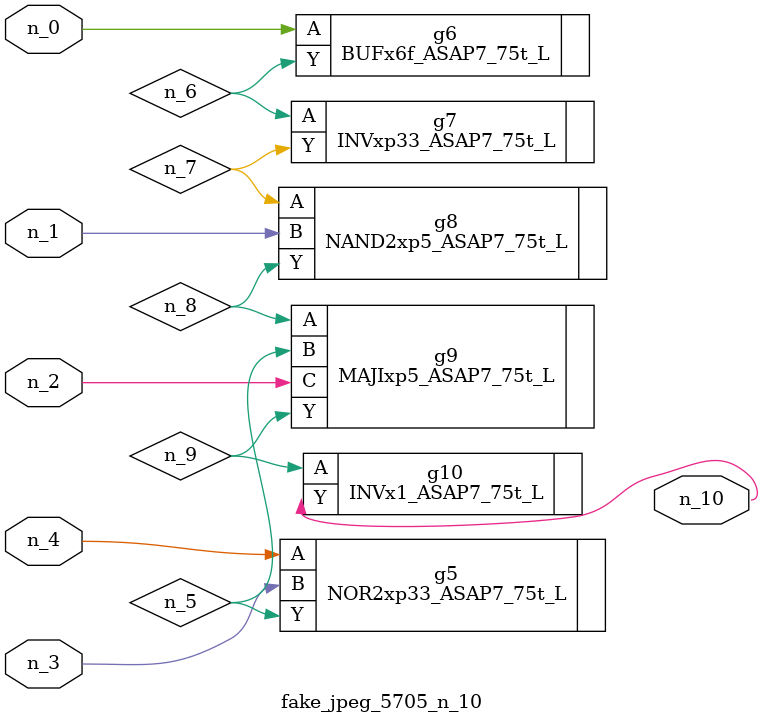
<source format=v>
module fake_jpeg_5705_n_10 (n_3, n_2, n_1, n_0, n_4, n_10);

input n_3;
input n_2;
input n_1;
input n_0;
input n_4;

output n_10;

wire n_8;
wire n_9;
wire n_6;
wire n_5;
wire n_7;

NOR2xp33_ASAP7_75t_L g5 ( 
.A(n_4),
.B(n_3),
.Y(n_5)
);

BUFx6f_ASAP7_75t_L g6 ( 
.A(n_0),
.Y(n_6)
);

INVxp33_ASAP7_75t_L g7 ( 
.A(n_6),
.Y(n_7)
);

NAND2xp5_ASAP7_75t_L g8 ( 
.A(n_7),
.B(n_1),
.Y(n_8)
);

MAJIxp5_ASAP7_75t_L g9 ( 
.A(n_8),
.B(n_5),
.C(n_2),
.Y(n_9)
);

INVx1_ASAP7_75t_L g10 ( 
.A(n_9),
.Y(n_10)
);


endmodule
</source>
